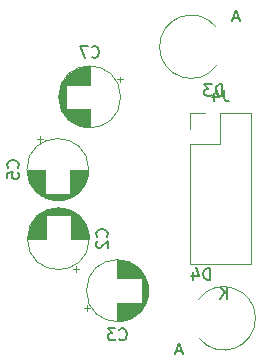
<source format=gbr>
%TF.GenerationSoftware,KiCad,Pcbnew,9.0.1*%
%TF.CreationDate,2025-06-03T19:58:47+02:00*%
%TF.ProjectId,lfo,6c666f2e-6b69-4636-9164-5f7063625858,rev?*%
%TF.SameCoordinates,Original*%
%TF.FileFunction,Legend,Bot*%
%TF.FilePolarity,Positive*%
%FSLAX46Y46*%
G04 Gerber Fmt 4.6, Leading zero omitted, Abs format (unit mm)*
G04 Created by KiCad (PCBNEW 9.0.1) date 2025-06-03 19:58:47*
%MOMM*%
%LPD*%
G01*
G04 APERTURE LIST*
%ADD10C,0.150000*%
%ADD11C,0.120000*%
G04 APERTURE END LIST*
D10*
X156603333Y-21224819D02*
X156603333Y-21939104D01*
X156603333Y-21939104D02*
X156650952Y-22081961D01*
X156650952Y-22081961D02*
X156746190Y-22177200D01*
X156746190Y-22177200D02*
X156889047Y-22224819D01*
X156889047Y-22224819D02*
X156984285Y-22224819D01*
X155698571Y-21558152D02*
X155698571Y-22224819D01*
X155936666Y-21177200D02*
X156174761Y-21891485D01*
X156174761Y-21891485D02*
X155555714Y-21891485D01*
X145361554Y-18459580D02*
X145409173Y-18507200D01*
X145409173Y-18507200D02*
X145552030Y-18554819D01*
X145552030Y-18554819D02*
X145647268Y-18554819D01*
X145647268Y-18554819D02*
X145790125Y-18507200D01*
X145790125Y-18507200D02*
X145885363Y-18411961D01*
X145885363Y-18411961D02*
X145932982Y-18316723D01*
X145932982Y-18316723D02*
X145980601Y-18126247D01*
X145980601Y-18126247D02*
X145980601Y-17983390D01*
X145980601Y-17983390D02*
X145932982Y-17792914D01*
X145932982Y-17792914D02*
X145885363Y-17697676D01*
X145885363Y-17697676D02*
X145790125Y-17602438D01*
X145790125Y-17602438D02*
X145647268Y-17554819D01*
X145647268Y-17554819D02*
X145552030Y-17554819D01*
X145552030Y-17554819D02*
X145409173Y-17602438D01*
X145409173Y-17602438D02*
X145361554Y-17650057D01*
X145028220Y-17554819D02*
X144361554Y-17554819D01*
X144361554Y-17554819D02*
X144790125Y-18554819D01*
X147716666Y-42359580D02*
X147764285Y-42407200D01*
X147764285Y-42407200D02*
X147907142Y-42454819D01*
X147907142Y-42454819D02*
X148002380Y-42454819D01*
X148002380Y-42454819D02*
X148145237Y-42407200D01*
X148145237Y-42407200D02*
X148240475Y-42311961D01*
X148240475Y-42311961D02*
X148288094Y-42216723D01*
X148288094Y-42216723D02*
X148335713Y-42026247D01*
X148335713Y-42026247D02*
X148335713Y-41883390D01*
X148335713Y-41883390D02*
X148288094Y-41692914D01*
X148288094Y-41692914D02*
X148240475Y-41597676D01*
X148240475Y-41597676D02*
X148145237Y-41502438D01*
X148145237Y-41502438D02*
X148002380Y-41454819D01*
X148002380Y-41454819D02*
X147907142Y-41454819D01*
X147907142Y-41454819D02*
X147764285Y-41502438D01*
X147764285Y-41502438D02*
X147716666Y-41550057D01*
X147383332Y-41454819D02*
X146764285Y-41454819D01*
X146764285Y-41454819D02*
X147097618Y-41835771D01*
X147097618Y-41835771D02*
X146954761Y-41835771D01*
X146954761Y-41835771D02*
X146859523Y-41883390D01*
X146859523Y-41883390D02*
X146811904Y-41931009D01*
X146811904Y-41931009D02*
X146764285Y-42026247D01*
X146764285Y-42026247D02*
X146764285Y-42264342D01*
X146764285Y-42264342D02*
X146811904Y-42359580D01*
X146811904Y-42359580D02*
X146859523Y-42407200D01*
X146859523Y-42407200D02*
X146954761Y-42454819D01*
X146954761Y-42454819D02*
X147240475Y-42454819D01*
X147240475Y-42454819D02*
X147335713Y-42407200D01*
X147335713Y-42407200D02*
X147383332Y-42359580D01*
X139109580Y-27833333D02*
X139157200Y-27785714D01*
X139157200Y-27785714D02*
X139204819Y-27642857D01*
X139204819Y-27642857D02*
X139204819Y-27547619D01*
X139204819Y-27547619D02*
X139157200Y-27404762D01*
X139157200Y-27404762D02*
X139061961Y-27309524D01*
X139061961Y-27309524D02*
X138966723Y-27261905D01*
X138966723Y-27261905D02*
X138776247Y-27214286D01*
X138776247Y-27214286D02*
X138633390Y-27214286D01*
X138633390Y-27214286D02*
X138442914Y-27261905D01*
X138442914Y-27261905D02*
X138347676Y-27309524D01*
X138347676Y-27309524D02*
X138252438Y-27404762D01*
X138252438Y-27404762D02*
X138204819Y-27547619D01*
X138204819Y-27547619D02*
X138204819Y-27642857D01*
X138204819Y-27642857D02*
X138252438Y-27785714D01*
X138252438Y-27785714D02*
X138300057Y-27833333D01*
X138204819Y-28738095D02*
X138204819Y-28261905D01*
X138204819Y-28261905D02*
X138681009Y-28214286D01*
X138681009Y-28214286D02*
X138633390Y-28261905D01*
X138633390Y-28261905D02*
X138585771Y-28357143D01*
X138585771Y-28357143D02*
X138585771Y-28595238D01*
X138585771Y-28595238D02*
X138633390Y-28690476D01*
X138633390Y-28690476D02*
X138681009Y-28738095D01*
X138681009Y-28738095D02*
X138776247Y-28785714D01*
X138776247Y-28785714D02*
X139014342Y-28785714D01*
X139014342Y-28785714D02*
X139109580Y-28738095D01*
X139109580Y-28738095D02*
X139157200Y-28690476D01*
X139157200Y-28690476D02*
X139204819Y-28595238D01*
X139204819Y-28595238D02*
X139204819Y-28357143D01*
X139204819Y-28357143D02*
X139157200Y-28261905D01*
X139157200Y-28261905D02*
X139109580Y-28214286D01*
X146659580Y-33683333D02*
X146707200Y-33635714D01*
X146707200Y-33635714D02*
X146754819Y-33492857D01*
X146754819Y-33492857D02*
X146754819Y-33397619D01*
X146754819Y-33397619D02*
X146707200Y-33254762D01*
X146707200Y-33254762D02*
X146611961Y-33159524D01*
X146611961Y-33159524D02*
X146516723Y-33111905D01*
X146516723Y-33111905D02*
X146326247Y-33064286D01*
X146326247Y-33064286D02*
X146183390Y-33064286D01*
X146183390Y-33064286D02*
X145992914Y-33111905D01*
X145992914Y-33111905D02*
X145897676Y-33159524D01*
X145897676Y-33159524D02*
X145802438Y-33254762D01*
X145802438Y-33254762D02*
X145754819Y-33397619D01*
X145754819Y-33397619D02*
X145754819Y-33492857D01*
X145754819Y-33492857D02*
X145802438Y-33635714D01*
X145802438Y-33635714D02*
X145850057Y-33683333D01*
X145850057Y-34064286D02*
X145802438Y-34111905D01*
X145802438Y-34111905D02*
X145754819Y-34207143D01*
X145754819Y-34207143D02*
X145754819Y-34445238D01*
X145754819Y-34445238D02*
X145802438Y-34540476D01*
X145802438Y-34540476D02*
X145850057Y-34588095D01*
X145850057Y-34588095D02*
X145945295Y-34635714D01*
X145945295Y-34635714D02*
X146040533Y-34635714D01*
X146040533Y-34635714D02*
X146183390Y-34588095D01*
X146183390Y-34588095D02*
X146754819Y-34016667D01*
X146754819Y-34016667D02*
X146754819Y-34635714D01*
X155393094Y-37334819D02*
X155393094Y-36334819D01*
X155393094Y-36334819D02*
X155154999Y-36334819D01*
X155154999Y-36334819D02*
X155012142Y-36382438D01*
X155012142Y-36382438D02*
X154916904Y-36477676D01*
X154916904Y-36477676D02*
X154869285Y-36572914D01*
X154869285Y-36572914D02*
X154821666Y-36763390D01*
X154821666Y-36763390D02*
X154821666Y-36906247D01*
X154821666Y-36906247D02*
X154869285Y-37096723D01*
X154869285Y-37096723D02*
X154916904Y-37191961D01*
X154916904Y-37191961D02*
X155012142Y-37287200D01*
X155012142Y-37287200D02*
X155154999Y-37334819D01*
X155154999Y-37334819D02*
X155393094Y-37334819D01*
X153964523Y-36668152D02*
X153964523Y-37334819D01*
X154202618Y-36287200D02*
X154440713Y-37001485D01*
X154440713Y-37001485D02*
X153821666Y-37001485D01*
X152988094Y-43369104D02*
X152511904Y-43369104D01*
X153083332Y-43654819D02*
X152749999Y-42654819D01*
X152749999Y-42654819D02*
X152416666Y-43654819D01*
X156821904Y-38954819D02*
X156821904Y-37954819D01*
X156250476Y-38954819D02*
X156679047Y-38383390D01*
X156250476Y-37954819D02*
X156821904Y-38526247D01*
X156438094Y-21774819D02*
X156438094Y-20774819D01*
X156438094Y-20774819D02*
X156199999Y-20774819D01*
X156199999Y-20774819D02*
X156057142Y-20822438D01*
X156057142Y-20822438D02*
X155961904Y-20917676D01*
X155961904Y-20917676D02*
X155914285Y-21012914D01*
X155914285Y-21012914D02*
X155866666Y-21203390D01*
X155866666Y-21203390D02*
X155866666Y-21346247D01*
X155866666Y-21346247D02*
X155914285Y-21536723D01*
X155914285Y-21536723D02*
X155961904Y-21631961D01*
X155961904Y-21631961D02*
X156057142Y-21727200D01*
X156057142Y-21727200D02*
X156199999Y-21774819D01*
X156199999Y-21774819D02*
X156438094Y-21774819D01*
X155533332Y-20774819D02*
X154914285Y-20774819D01*
X154914285Y-20774819D02*
X155247618Y-21155771D01*
X155247618Y-21155771D02*
X155104761Y-21155771D01*
X155104761Y-21155771D02*
X155009523Y-21203390D01*
X155009523Y-21203390D02*
X154961904Y-21251009D01*
X154961904Y-21251009D02*
X154914285Y-21346247D01*
X154914285Y-21346247D02*
X154914285Y-21584342D01*
X154914285Y-21584342D02*
X154961904Y-21679580D01*
X154961904Y-21679580D02*
X155009523Y-21727200D01*
X155009523Y-21727200D02*
X155104761Y-21774819D01*
X155104761Y-21774819D02*
X155390475Y-21774819D01*
X155390475Y-21774819D02*
X155485713Y-21727200D01*
X155485713Y-21727200D02*
X155533332Y-21679580D01*
X157843094Y-15169104D02*
X157366904Y-15169104D01*
X157938332Y-15454819D02*
X157604999Y-14454819D01*
X157604999Y-14454819D02*
X157271666Y-15454819D01*
D11*
%TO.C,J4*%
X158870000Y-36030000D02*
X153670000Y-36030000D01*
X158870000Y-23210000D02*
X158870000Y-36030000D01*
X158870000Y-23210000D02*
X156270000Y-23210000D01*
X156270000Y-25810000D02*
X153670000Y-25810000D01*
X156270000Y-23210000D02*
X156270000Y-25810000D01*
X155000000Y-23210000D02*
X153670000Y-23210000D01*
X153670000Y-25810000D02*
X153670000Y-36030000D01*
X153670000Y-23210000D02*
X153670000Y-24540000D01*
%TO.C,C7*%
X142594888Y-21567000D02*
X142594888Y-22133000D01*
X142634888Y-21333000D02*
X142634888Y-22367000D01*
X142674888Y-21173000D02*
X142674888Y-22527000D01*
X142714888Y-21045000D02*
X142714888Y-22655000D01*
X142754888Y-20936000D02*
X142754888Y-22764000D01*
X142794888Y-20839000D02*
X142794888Y-22861000D01*
X142834888Y-20752000D02*
X142834888Y-22948000D01*
X142874888Y-20673000D02*
X142874888Y-23027000D01*
X142914888Y-20599000D02*
X142914888Y-23101000D01*
X142954888Y-20531000D02*
X142954888Y-23169000D01*
X142994888Y-20467000D02*
X142994888Y-23233000D01*
X143034888Y-20407000D02*
X143034888Y-23293000D01*
X143074888Y-20351000D02*
X143074888Y-23349000D01*
X143114888Y-20297000D02*
X143114888Y-23403000D01*
X143154888Y-20246000D02*
X143154888Y-23454000D01*
X143194888Y-20198000D02*
X143194888Y-20810000D01*
X143194888Y-22890000D02*
X143194888Y-23502000D01*
X143234888Y-20151000D02*
X143234888Y-20810000D01*
X143234888Y-22890000D02*
X143234888Y-23549000D01*
X143274888Y-20107000D02*
X143274888Y-20810000D01*
X143274888Y-22890000D02*
X143274888Y-23593000D01*
X143314888Y-20065000D02*
X143314888Y-20810000D01*
X143314888Y-22890000D02*
X143314888Y-23635000D01*
X143354888Y-20025000D02*
X143354888Y-20810000D01*
X143354888Y-22890000D02*
X143354888Y-23675000D01*
X143394888Y-19986000D02*
X143394888Y-20810000D01*
X143394888Y-22890000D02*
X143394888Y-23714000D01*
X143434888Y-19949000D02*
X143434888Y-20810000D01*
X143434888Y-22890000D02*
X143434888Y-23751000D01*
X143474888Y-19914000D02*
X143474888Y-20810000D01*
X143474888Y-22890000D02*
X143474888Y-23786000D01*
X143514888Y-19880000D02*
X143514888Y-20810000D01*
X143514888Y-22890000D02*
X143514888Y-23820000D01*
X143554888Y-19847000D02*
X143554888Y-20810000D01*
X143554888Y-22890000D02*
X143554888Y-23853000D01*
X143594888Y-19815000D02*
X143594888Y-20810000D01*
X143594888Y-22890000D02*
X143594888Y-23885000D01*
X143634888Y-19785000D02*
X143634888Y-20810000D01*
X143634888Y-22890000D02*
X143634888Y-23915000D01*
X143674888Y-19756000D02*
X143674888Y-20810000D01*
X143674888Y-22890000D02*
X143674888Y-23944000D01*
X143714888Y-19728000D02*
X143714888Y-20810000D01*
X143714888Y-22890000D02*
X143714888Y-23972000D01*
X143754888Y-19701000D02*
X143754888Y-20810000D01*
X143754888Y-22890000D02*
X143754888Y-23999000D01*
X143794888Y-19675000D02*
X143794888Y-20810000D01*
X143794888Y-22890000D02*
X143794888Y-24025000D01*
X143834888Y-19651000D02*
X143834888Y-20810000D01*
X143834888Y-22890000D02*
X143834888Y-24049000D01*
X143874888Y-19627000D02*
X143874888Y-20810000D01*
X143874888Y-22890000D02*
X143874888Y-24073000D01*
X143914888Y-19604000D02*
X143914888Y-20810000D01*
X143914888Y-22890000D02*
X143914888Y-24096000D01*
X143954888Y-19582000D02*
X143954888Y-20810000D01*
X143954888Y-22890000D02*
X143954888Y-24118000D01*
X143994888Y-19561000D02*
X143994888Y-20810000D01*
X143994888Y-22890000D02*
X143994888Y-24139000D01*
X144034888Y-19541000D02*
X144034888Y-20810000D01*
X144034888Y-22890000D02*
X144034888Y-24159000D01*
X144074888Y-19521000D02*
X144074888Y-20810000D01*
X144074888Y-22890000D02*
X144074888Y-24179000D01*
X144114888Y-19503000D02*
X144114888Y-20810000D01*
X144114888Y-22890000D02*
X144114888Y-24197000D01*
X144154888Y-19485000D02*
X144154888Y-20810000D01*
X144154888Y-22890000D02*
X144154888Y-24215000D01*
X144194888Y-19468000D02*
X144194888Y-20810000D01*
X144194888Y-22890000D02*
X144194888Y-24232000D01*
X144234888Y-19452000D02*
X144234888Y-20810000D01*
X144234888Y-22890000D02*
X144234888Y-24248000D01*
X144274888Y-19437000D02*
X144274888Y-20810000D01*
X144274888Y-22890000D02*
X144274888Y-24263000D01*
X144314888Y-19422000D02*
X144314888Y-20810000D01*
X144314888Y-22890000D02*
X144314888Y-24278000D01*
X144354888Y-19408000D02*
X144354888Y-20810000D01*
X144354888Y-22890000D02*
X144354888Y-24292000D01*
X144394888Y-19395000D02*
X144394888Y-20810000D01*
X144394888Y-22890000D02*
X144394888Y-24305000D01*
X144434888Y-19383000D02*
X144434888Y-20810000D01*
X144434888Y-22890000D02*
X144434888Y-24317000D01*
X144474888Y-19371000D02*
X144474888Y-20810000D01*
X144474888Y-22890000D02*
X144474888Y-24329000D01*
X144514888Y-19360000D02*
X144514888Y-20810000D01*
X144514888Y-22890000D02*
X144514888Y-24340000D01*
X144554888Y-19349000D02*
X144554888Y-20810000D01*
X144554888Y-22890000D02*
X144554888Y-24351000D01*
X144594888Y-19340000D02*
X144594888Y-20810000D01*
X144594888Y-22890000D02*
X144594888Y-24360000D01*
X144634888Y-19331000D02*
X144634888Y-20810000D01*
X144634888Y-22890000D02*
X144634888Y-24369000D01*
X144674888Y-19322000D02*
X144674888Y-20810000D01*
X144674888Y-22890000D02*
X144674888Y-24378000D01*
X144714888Y-19314000D02*
X144714888Y-20810000D01*
X144714888Y-22890000D02*
X144714888Y-24386000D01*
X144754888Y-19307000D02*
X144754888Y-20810000D01*
X144754888Y-22890000D02*
X144754888Y-24393000D01*
X144794888Y-19301000D02*
X144794888Y-20810000D01*
X144794888Y-22890000D02*
X144794888Y-24399000D01*
X144834888Y-19295000D02*
X144834888Y-20810000D01*
X144834888Y-22890000D02*
X144834888Y-24405000D01*
X144874888Y-19290000D02*
X144874888Y-20810000D01*
X144874888Y-22890000D02*
X144874888Y-24410000D01*
X144914888Y-19285000D02*
X144914888Y-20810000D01*
X144914888Y-22890000D02*
X144914888Y-24415000D01*
X144954888Y-19281000D02*
X144954888Y-20810000D01*
X144954888Y-22890000D02*
X144954888Y-24419000D01*
X144994888Y-19278000D02*
X144994888Y-20810000D01*
X144994888Y-22890000D02*
X144994888Y-24422000D01*
X145034888Y-19275000D02*
X145034888Y-20810000D01*
X145034888Y-22890000D02*
X145034888Y-24425000D01*
X145074888Y-19273000D02*
X145074888Y-20810000D01*
X145074888Y-22890000D02*
X145074888Y-24427000D01*
X145114888Y-19271000D02*
X145114888Y-20810000D01*
X145114888Y-22890000D02*
X145114888Y-24429000D01*
X145154888Y-19270000D02*
X145154888Y-20810000D01*
X145154888Y-22890000D02*
X145154888Y-24430000D01*
X145194888Y-19270000D02*
X145194888Y-20810000D01*
X145194888Y-22890000D02*
X145194888Y-24430000D01*
X147749663Y-20125000D02*
X147749663Y-20625000D01*
X147999663Y-20375000D02*
X147499663Y-20375000D01*
X147814888Y-21850000D02*
G75*
G02*
X142574888Y-21850000I-2620000J0D01*
G01*
X142574888Y-21850000D02*
G75*
G02*
X147814888Y-21850000I2620000J0D01*
G01*
%TO.C,C3*%
X144745225Y-39725000D02*
X145245225Y-39725000D01*
X144995225Y-39975000D02*
X144995225Y-39475000D01*
X147550000Y-37210000D02*
X147550000Y-35670000D01*
X147550000Y-40830000D02*
X147550000Y-39290000D01*
X147590000Y-37210000D02*
X147590000Y-35670000D01*
X147590000Y-40830000D02*
X147590000Y-39290000D01*
X147630000Y-37210000D02*
X147630000Y-35671000D01*
X147630000Y-40829000D02*
X147630000Y-39290000D01*
X147670000Y-37210000D02*
X147670000Y-35673000D01*
X147670000Y-40827000D02*
X147670000Y-39290000D01*
X147710000Y-37210000D02*
X147710000Y-35675000D01*
X147710000Y-40825000D02*
X147710000Y-39290000D01*
X147750000Y-37210000D02*
X147750000Y-35678000D01*
X147750000Y-40822000D02*
X147750000Y-39290000D01*
X147790000Y-37210000D02*
X147790000Y-35681000D01*
X147790000Y-40819000D02*
X147790000Y-39290000D01*
X147830000Y-37210000D02*
X147830000Y-35685000D01*
X147830000Y-40815000D02*
X147830000Y-39290000D01*
X147870000Y-37210000D02*
X147870000Y-35690000D01*
X147870000Y-40810000D02*
X147870000Y-39290000D01*
X147910000Y-37210000D02*
X147910000Y-35695000D01*
X147910000Y-40805000D02*
X147910000Y-39290000D01*
X147950000Y-37210000D02*
X147950000Y-35701000D01*
X147950000Y-40799000D02*
X147950000Y-39290000D01*
X147990000Y-37210000D02*
X147990000Y-35707000D01*
X147990000Y-40793000D02*
X147990000Y-39290000D01*
X148030000Y-37210000D02*
X148030000Y-35714000D01*
X148030000Y-40786000D02*
X148030000Y-39290000D01*
X148070000Y-37210000D02*
X148070000Y-35722000D01*
X148070000Y-40778000D02*
X148070000Y-39290000D01*
X148110000Y-37210000D02*
X148110000Y-35731000D01*
X148110000Y-40769000D02*
X148110000Y-39290000D01*
X148150000Y-37210000D02*
X148150000Y-35740000D01*
X148150000Y-40760000D02*
X148150000Y-39290000D01*
X148190000Y-37210000D02*
X148190000Y-35749000D01*
X148190000Y-40751000D02*
X148190000Y-39290000D01*
X148230000Y-37210000D02*
X148230000Y-35760000D01*
X148230000Y-40740000D02*
X148230000Y-39290000D01*
X148270000Y-37210000D02*
X148270000Y-35771000D01*
X148270000Y-40729000D02*
X148270000Y-39290000D01*
X148310000Y-37210000D02*
X148310000Y-35783000D01*
X148310000Y-40717000D02*
X148310000Y-39290000D01*
X148350000Y-37210000D02*
X148350000Y-35795000D01*
X148350000Y-40705000D02*
X148350000Y-39290000D01*
X148390000Y-37210000D02*
X148390000Y-35808000D01*
X148390000Y-40692000D02*
X148390000Y-39290000D01*
X148430000Y-37210000D02*
X148430000Y-35822000D01*
X148430000Y-40678000D02*
X148430000Y-39290000D01*
X148470000Y-37210000D02*
X148470000Y-35837000D01*
X148470000Y-40663000D02*
X148470000Y-39290000D01*
X148510000Y-37210000D02*
X148510000Y-35852000D01*
X148510000Y-40648000D02*
X148510000Y-39290000D01*
X148550000Y-37210000D02*
X148550000Y-35868000D01*
X148550000Y-40632000D02*
X148550000Y-39290000D01*
X148590000Y-37210000D02*
X148590000Y-35885000D01*
X148590000Y-40615000D02*
X148590000Y-39290000D01*
X148630000Y-37210000D02*
X148630000Y-35903000D01*
X148630000Y-40597000D02*
X148630000Y-39290000D01*
X148670000Y-37210000D02*
X148670000Y-35921000D01*
X148670000Y-40579000D02*
X148670000Y-39290000D01*
X148710000Y-37210000D02*
X148710000Y-35941000D01*
X148710000Y-40559000D02*
X148710000Y-39290000D01*
X148750000Y-37210000D02*
X148750000Y-35961000D01*
X148750000Y-40539000D02*
X148750000Y-39290000D01*
X148790000Y-37210000D02*
X148790000Y-35982000D01*
X148790000Y-40518000D02*
X148790000Y-39290000D01*
X148830000Y-37210000D02*
X148830000Y-36004000D01*
X148830000Y-40496000D02*
X148830000Y-39290000D01*
X148870000Y-37210000D02*
X148870000Y-36027000D01*
X148870000Y-40473000D02*
X148870000Y-39290000D01*
X148910000Y-37210000D02*
X148910000Y-36051000D01*
X148910000Y-40449000D02*
X148910000Y-39290000D01*
X148950000Y-37210000D02*
X148950000Y-36075000D01*
X148950000Y-40425000D02*
X148950000Y-39290000D01*
X148990000Y-37210000D02*
X148990000Y-36101000D01*
X148990000Y-40399000D02*
X148990000Y-39290000D01*
X149030000Y-37210000D02*
X149030000Y-36128000D01*
X149030000Y-40372000D02*
X149030000Y-39290000D01*
X149070000Y-37210000D02*
X149070000Y-36156000D01*
X149070000Y-40344000D02*
X149070000Y-39290000D01*
X149110000Y-37210000D02*
X149110000Y-36185000D01*
X149110000Y-40315000D02*
X149110000Y-39290000D01*
X149150000Y-37210000D02*
X149150000Y-36215000D01*
X149150000Y-40285000D02*
X149150000Y-39290000D01*
X149190000Y-37210000D02*
X149190000Y-36247000D01*
X149190000Y-40253000D02*
X149190000Y-39290000D01*
X149230000Y-37210000D02*
X149230000Y-36280000D01*
X149230000Y-40220000D02*
X149230000Y-39290000D01*
X149270000Y-37210000D02*
X149270000Y-36314000D01*
X149270000Y-40186000D02*
X149270000Y-39290000D01*
X149310000Y-37210000D02*
X149310000Y-36349000D01*
X149310000Y-40151000D02*
X149310000Y-39290000D01*
X149350000Y-37210000D02*
X149350000Y-36386000D01*
X149350000Y-40114000D02*
X149350000Y-39290000D01*
X149390000Y-37210000D02*
X149390000Y-36425000D01*
X149390000Y-40075000D02*
X149390000Y-39290000D01*
X149430000Y-37210000D02*
X149430000Y-36465000D01*
X149430000Y-40035000D02*
X149430000Y-39290000D01*
X149470000Y-37210000D02*
X149470000Y-36507000D01*
X149470000Y-39993000D02*
X149470000Y-39290000D01*
X149510000Y-37210000D02*
X149510000Y-36551000D01*
X149510000Y-39949000D02*
X149510000Y-39290000D01*
X149550000Y-37210000D02*
X149550000Y-36598000D01*
X149550000Y-39902000D02*
X149550000Y-39290000D01*
X149590000Y-39854000D02*
X149590000Y-36646000D01*
X149630000Y-39803000D02*
X149630000Y-36697000D01*
X149670000Y-39749000D02*
X149670000Y-36751000D01*
X149710000Y-39693000D02*
X149710000Y-36807000D01*
X149750000Y-39633000D02*
X149750000Y-36867000D01*
X149790000Y-39569000D02*
X149790000Y-36931000D01*
X149830000Y-39501000D02*
X149830000Y-36999000D01*
X149870000Y-39427000D02*
X149870000Y-37073000D01*
X149910000Y-39348000D02*
X149910000Y-37152000D01*
X149950000Y-39261000D02*
X149950000Y-37239000D01*
X149990000Y-39164000D02*
X149990000Y-37336000D01*
X150030000Y-39055000D02*
X150030000Y-37445000D01*
X150070000Y-38927000D02*
X150070000Y-37573000D01*
X150110000Y-38767000D02*
X150110000Y-37733000D01*
X150150000Y-38533000D02*
X150150000Y-37967000D01*
X150170000Y-38250000D02*
G75*
G02*
X144930000Y-38250000I-2620000J0D01*
G01*
X144930000Y-38250000D02*
G75*
G02*
X150170000Y-38250000I2620000J0D01*
G01*
%TO.C,C5*%
X139920000Y-28000000D02*
X141460000Y-28000000D01*
X139920000Y-28040000D02*
X141460000Y-28040000D01*
X139921000Y-28080000D02*
X141460000Y-28080000D01*
X139923000Y-28120000D02*
X141460000Y-28120000D01*
X139925000Y-28160000D02*
X141460000Y-28160000D01*
X139928000Y-28200000D02*
X141460000Y-28200000D01*
X139931000Y-28240000D02*
X141460000Y-28240000D01*
X139935000Y-28280000D02*
X141460000Y-28280000D01*
X139940000Y-28320000D02*
X141460000Y-28320000D01*
X139945000Y-28360000D02*
X141460000Y-28360000D01*
X139951000Y-28400000D02*
X141460000Y-28400000D01*
X139957000Y-28440000D02*
X141460000Y-28440000D01*
X139964000Y-28480000D02*
X141460000Y-28480000D01*
X139972000Y-28520000D02*
X141460000Y-28520000D01*
X139981000Y-28560000D02*
X141460000Y-28560000D01*
X139990000Y-28600000D02*
X141460000Y-28600000D01*
X139999000Y-28640000D02*
X141460000Y-28640000D01*
X140010000Y-28680000D02*
X141460000Y-28680000D01*
X140021000Y-28720000D02*
X141460000Y-28720000D01*
X140033000Y-28760000D02*
X141460000Y-28760000D01*
X140045000Y-28800000D02*
X141460000Y-28800000D01*
X140058000Y-28840000D02*
X141460000Y-28840000D01*
X140072000Y-28880000D02*
X141460000Y-28880000D01*
X140087000Y-28920000D02*
X141460000Y-28920000D01*
X140102000Y-28960000D02*
X141460000Y-28960000D01*
X140118000Y-29000000D02*
X141460000Y-29000000D01*
X140135000Y-29040000D02*
X141460000Y-29040000D01*
X140153000Y-29080000D02*
X141460000Y-29080000D01*
X140171000Y-29120000D02*
X141460000Y-29120000D01*
X140191000Y-29160000D02*
X141460000Y-29160000D01*
X140211000Y-29200000D02*
X141460000Y-29200000D01*
X140232000Y-29240000D02*
X141460000Y-29240000D01*
X140254000Y-29280000D02*
X141460000Y-29280000D01*
X140277000Y-29320000D02*
X141460000Y-29320000D01*
X140301000Y-29360000D02*
X141460000Y-29360000D01*
X140325000Y-29400000D02*
X141460000Y-29400000D01*
X140351000Y-29440000D02*
X141460000Y-29440000D01*
X140378000Y-29480000D02*
X141460000Y-29480000D01*
X140406000Y-29520000D02*
X141460000Y-29520000D01*
X140435000Y-29560000D02*
X141460000Y-29560000D01*
X140465000Y-29600000D02*
X141460000Y-29600000D01*
X140497000Y-29640000D02*
X141460000Y-29640000D01*
X140530000Y-29680000D02*
X141460000Y-29680000D01*
X140564000Y-29720000D02*
X141460000Y-29720000D01*
X140599000Y-29760000D02*
X141460000Y-29760000D01*
X140636000Y-29800000D02*
X141460000Y-29800000D01*
X140675000Y-29840000D02*
X141460000Y-29840000D01*
X140715000Y-29880000D02*
X141460000Y-29880000D01*
X140757000Y-29920000D02*
X141460000Y-29920000D01*
X140775000Y-25445225D02*
X141275000Y-25445225D01*
X140801000Y-29960000D02*
X141460000Y-29960000D01*
X140848000Y-30000000D02*
X141460000Y-30000000D01*
X140896000Y-30040000D02*
X144104000Y-30040000D01*
X140947000Y-30080000D02*
X144053000Y-30080000D01*
X141001000Y-30120000D02*
X143999000Y-30120000D01*
X141025000Y-25195225D02*
X141025000Y-25695225D01*
X141057000Y-30160000D02*
X143943000Y-30160000D01*
X141117000Y-30200000D02*
X143883000Y-30200000D01*
X141181000Y-30240000D02*
X143819000Y-30240000D01*
X141249000Y-30280000D02*
X143751000Y-30280000D01*
X141323000Y-30320000D02*
X143677000Y-30320000D01*
X141402000Y-30360000D02*
X143598000Y-30360000D01*
X141489000Y-30400000D02*
X143511000Y-30400000D01*
X141586000Y-30440000D02*
X143414000Y-30440000D01*
X141695000Y-30480000D02*
X143305000Y-30480000D01*
X141823000Y-30520000D02*
X143177000Y-30520000D01*
X141983000Y-30560000D02*
X143017000Y-30560000D01*
X142217000Y-30600000D02*
X142783000Y-30600000D01*
X143540000Y-28000000D02*
X145080000Y-28000000D01*
X143540000Y-28040000D02*
X145080000Y-28040000D01*
X143540000Y-28080000D02*
X145079000Y-28080000D01*
X143540000Y-28120000D02*
X145077000Y-28120000D01*
X143540000Y-28160000D02*
X145075000Y-28160000D01*
X143540000Y-28200000D02*
X145072000Y-28200000D01*
X143540000Y-28240000D02*
X145069000Y-28240000D01*
X143540000Y-28280000D02*
X145065000Y-28280000D01*
X143540000Y-28320000D02*
X145060000Y-28320000D01*
X143540000Y-28360000D02*
X145055000Y-28360000D01*
X143540000Y-28400000D02*
X145049000Y-28400000D01*
X143540000Y-28440000D02*
X145043000Y-28440000D01*
X143540000Y-28480000D02*
X145036000Y-28480000D01*
X143540000Y-28520000D02*
X145028000Y-28520000D01*
X143540000Y-28560000D02*
X145019000Y-28560000D01*
X143540000Y-28600000D02*
X145010000Y-28600000D01*
X143540000Y-28640000D02*
X145001000Y-28640000D01*
X143540000Y-28680000D02*
X144990000Y-28680000D01*
X143540000Y-28720000D02*
X144979000Y-28720000D01*
X143540000Y-28760000D02*
X144967000Y-28760000D01*
X143540000Y-28800000D02*
X144955000Y-28800000D01*
X143540000Y-28840000D02*
X144942000Y-28840000D01*
X143540000Y-28880000D02*
X144928000Y-28880000D01*
X143540000Y-28920000D02*
X144913000Y-28920000D01*
X143540000Y-28960000D02*
X144898000Y-28960000D01*
X143540000Y-29000000D02*
X144882000Y-29000000D01*
X143540000Y-29040000D02*
X144865000Y-29040000D01*
X143540000Y-29080000D02*
X144847000Y-29080000D01*
X143540000Y-29120000D02*
X144829000Y-29120000D01*
X143540000Y-29160000D02*
X144809000Y-29160000D01*
X143540000Y-29200000D02*
X144789000Y-29200000D01*
X143540000Y-29240000D02*
X144768000Y-29240000D01*
X143540000Y-29280000D02*
X144746000Y-29280000D01*
X143540000Y-29320000D02*
X144723000Y-29320000D01*
X143540000Y-29360000D02*
X144699000Y-29360000D01*
X143540000Y-29400000D02*
X144675000Y-29400000D01*
X143540000Y-29440000D02*
X144649000Y-29440000D01*
X143540000Y-29480000D02*
X144622000Y-29480000D01*
X143540000Y-29520000D02*
X144594000Y-29520000D01*
X143540000Y-29560000D02*
X144565000Y-29560000D01*
X143540000Y-29600000D02*
X144535000Y-29600000D01*
X143540000Y-29640000D02*
X144503000Y-29640000D01*
X143540000Y-29680000D02*
X144470000Y-29680000D01*
X143540000Y-29720000D02*
X144436000Y-29720000D01*
X143540000Y-29760000D02*
X144401000Y-29760000D01*
X143540000Y-29800000D02*
X144364000Y-29800000D01*
X143540000Y-29840000D02*
X144325000Y-29840000D01*
X143540000Y-29880000D02*
X144285000Y-29880000D01*
X143540000Y-29920000D02*
X144243000Y-29920000D01*
X143540000Y-29960000D02*
X144199000Y-29960000D01*
X143540000Y-30000000D02*
X144152000Y-30000000D01*
X145120000Y-28000000D02*
G75*
G02*
X139880000Y-28000000I-2620000J0D01*
G01*
X139880000Y-28000000D02*
G75*
G02*
X145120000Y-28000000I2620000J0D01*
G01*
%TO.C,C2*%
X141510000Y-31850000D02*
X140898000Y-31850000D01*
X141510000Y-31890000D02*
X140851000Y-31890000D01*
X141510000Y-31930000D02*
X140807000Y-31930000D01*
X141510000Y-31970000D02*
X140765000Y-31970000D01*
X141510000Y-32010000D02*
X140725000Y-32010000D01*
X141510000Y-32050000D02*
X140686000Y-32050000D01*
X141510000Y-32090000D02*
X140649000Y-32090000D01*
X141510000Y-32130000D02*
X140614000Y-32130000D01*
X141510000Y-32170000D02*
X140580000Y-32170000D01*
X141510000Y-32210000D02*
X140547000Y-32210000D01*
X141510000Y-32250000D02*
X140515000Y-32250000D01*
X141510000Y-32290000D02*
X140485000Y-32290000D01*
X141510000Y-32330000D02*
X140456000Y-32330000D01*
X141510000Y-32370000D02*
X140428000Y-32370000D01*
X141510000Y-32410000D02*
X140401000Y-32410000D01*
X141510000Y-32450000D02*
X140375000Y-32450000D01*
X141510000Y-32490000D02*
X140351000Y-32490000D01*
X141510000Y-32530000D02*
X140327000Y-32530000D01*
X141510000Y-32570000D02*
X140304000Y-32570000D01*
X141510000Y-32610000D02*
X140282000Y-32610000D01*
X141510000Y-32650000D02*
X140261000Y-32650000D01*
X141510000Y-32690000D02*
X140241000Y-32690000D01*
X141510000Y-32730000D02*
X140221000Y-32730000D01*
X141510000Y-32770000D02*
X140203000Y-32770000D01*
X141510000Y-32810000D02*
X140185000Y-32810000D01*
X141510000Y-32850000D02*
X140168000Y-32850000D01*
X141510000Y-32890000D02*
X140152000Y-32890000D01*
X141510000Y-32930000D02*
X140137000Y-32930000D01*
X141510000Y-32970000D02*
X140122000Y-32970000D01*
X141510000Y-33010000D02*
X140108000Y-33010000D01*
X141510000Y-33050000D02*
X140095000Y-33050000D01*
X141510000Y-33090000D02*
X140083000Y-33090000D01*
X141510000Y-33130000D02*
X140071000Y-33130000D01*
X141510000Y-33170000D02*
X140060000Y-33170000D01*
X141510000Y-33210000D02*
X140049000Y-33210000D01*
X141510000Y-33250000D02*
X140040000Y-33250000D01*
X141510000Y-33290000D02*
X140031000Y-33290000D01*
X141510000Y-33330000D02*
X140022000Y-33330000D01*
X141510000Y-33370000D02*
X140014000Y-33370000D01*
X141510000Y-33410000D02*
X140007000Y-33410000D01*
X141510000Y-33450000D02*
X140001000Y-33450000D01*
X141510000Y-33490000D02*
X139995000Y-33490000D01*
X141510000Y-33530000D02*
X139990000Y-33530000D01*
X141510000Y-33570000D02*
X139985000Y-33570000D01*
X141510000Y-33610000D02*
X139981000Y-33610000D01*
X141510000Y-33650000D02*
X139978000Y-33650000D01*
X141510000Y-33690000D02*
X139975000Y-33690000D01*
X141510000Y-33730000D02*
X139973000Y-33730000D01*
X141510000Y-33770000D02*
X139971000Y-33770000D01*
X141510000Y-33810000D02*
X139970000Y-33810000D01*
X141510000Y-33850000D02*
X139970000Y-33850000D01*
X142833000Y-31250000D02*
X142267000Y-31250000D01*
X143067000Y-31290000D02*
X142033000Y-31290000D01*
X143227000Y-31330000D02*
X141873000Y-31330000D01*
X143355000Y-31370000D02*
X141745000Y-31370000D01*
X143464000Y-31410000D02*
X141636000Y-31410000D01*
X143561000Y-31450000D02*
X141539000Y-31450000D01*
X143648000Y-31490000D02*
X141452000Y-31490000D01*
X143727000Y-31530000D02*
X141373000Y-31530000D01*
X143801000Y-31570000D02*
X141299000Y-31570000D01*
X143869000Y-31610000D02*
X141231000Y-31610000D01*
X143933000Y-31650000D02*
X141167000Y-31650000D01*
X143993000Y-31690000D02*
X141107000Y-31690000D01*
X144025000Y-36654775D02*
X144025000Y-36154775D01*
X144049000Y-31730000D02*
X141051000Y-31730000D01*
X144103000Y-31770000D02*
X140997000Y-31770000D01*
X144154000Y-31810000D02*
X140946000Y-31810000D01*
X144202000Y-31850000D02*
X143590000Y-31850000D01*
X144249000Y-31890000D02*
X143590000Y-31890000D01*
X144275000Y-36404775D02*
X143775000Y-36404775D01*
X144293000Y-31930000D02*
X143590000Y-31930000D01*
X144335000Y-31970000D02*
X143590000Y-31970000D01*
X144375000Y-32010000D02*
X143590000Y-32010000D01*
X144414000Y-32050000D02*
X143590000Y-32050000D01*
X144451000Y-32090000D02*
X143590000Y-32090000D01*
X144486000Y-32130000D02*
X143590000Y-32130000D01*
X144520000Y-32170000D02*
X143590000Y-32170000D01*
X144553000Y-32210000D02*
X143590000Y-32210000D01*
X144585000Y-32250000D02*
X143590000Y-32250000D01*
X144615000Y-32290000D02*
X143590000Y-32290000D01*
X144644000Y-32330000D02*
X143590000Y-32330000D01*
X144672000Y-32370000D02*
X143590000Y-32370000D01*
X144699000Y-32410000D02*
X143590000Y-32410000D01*
X144725000Y-32450000D02*
X143590000Y-32450000D01*
X144749000Y-32490000D02*
X143590000Y-32490000D01*
X144773000Y-32530000D02*
X143590000Y-32530000D01*
X144796000Y-32570000D02*
X143590000Y-32570000D01*
X144818000Y-32610000D02*
X143590000Y-32610000D01*
X144839000Y-32650000D02*
X143590000Y-32650000D01*
X144859000Y-32690000D02*
X143590000Y-32690000D01*
X144879000Y-32730000D02*
X143590000Y-32730000D01*
X144897000Y-32770000D02*
X143590000Y-32770000D01*
X144915000Y-32810000D02*
X143590000Y-32810000D01*
X144932000Y-32850000D02*
X143590000Y-32850000D01*
X144948000Y-32890000D02*
X143590000Y-32890000D01*
X144963000Y-32930000D02*
X143590000Y-32930000D01*
X144978000Y-32970000D02*
X143590000Y-32970000D01*
X144992000Y-33010000D02*
X143590000Y-33010000D01*
X145005000Y-33050000D02*
X143590000Y-33050000D01*
X145017000Y-33090000D02*
X143590000Y-33090000D01*
X145029000Y-33130000D02*
X143590000Y-33130000D01*
X145040000Y-33170000D02*
X143590000Y-33170000D01*
X145051000Y-33210000D02*
X143590000Y-33210000D01*
X145060000Y-33250000D02*
X143590000Y-33250000D01*
X145069000Y-33290000D02*
X143590000Y-33290000D01*
X145078000Y-33330000D02*
X143590000Y-33330000D01*
X145086000Y-33370000D02*
X143590000Y-33370000D01*
X145093000Y-33410000D02*
X143590000Y-33410000D01*
X145099000Y-33450000D02*
X143590000Y-33450000D01*
X145105000Y-33490000D02*
X143590000Y-33490000D01*
X145110000Y-33530000D02*
X143590000Y-33530000D01*
X145115000Y-33570000D02*
X143590000Y-33570000D01*
X145119000Y-33610000D02*
X143590000Y-33610000D01*
X145122000Y-33650000D02*
X143590000Y-33650000D01*
X145125000Y-33690000D02*
X143590000Y-33690000D01*
X145127000Y-33730000D02*
X143590000Y-33730000D01*
X145129000Y-33770000D02*
X143590000Y-33770000D01*
X145130000Y-33810000D02*
X143590000Y-33810000D01*
X145130000Y-33850000D02*
X143590000Y-33850000D01*
X145170000Y-33850000D02*
G75*
G02*
X139930000Y-33850000I-2620000J0D01*
G01*
X139930000Y-33850000D02*
G75*
G02*
X145170000Y-33850000I2620000J0D01*
G01*
%TO.C,D4*%
X154405284Y-39000000D02*
G75*
G02*
X154463364Y-42275386I2154716J-1600000D01*
G01*
%TO.C,D3*%
X155949716Y-19200000D02*
G75*
G02*
X155891636Y-15924614I-2154716J1600000D01*
G01*
%TD*%
M02*

</source>
